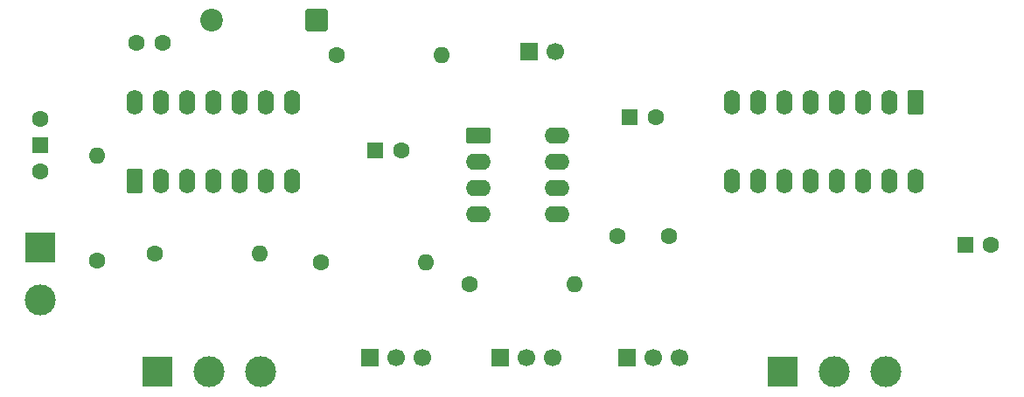
<source format=gbr>
%TF.GenerationSoftware,KiCad,Pcbnew,9.0.2*%
%TF.CreationDate,2025-06-20T13:08:06-04:00*%
%TF.ProjectId,proyecto_2_control,70726f79-6563-4746-9f5f-325f636f6e74,rev?*%
%TF.SameCoordinates,Original*%
%TF.FileFunction,Soldermask,Bot*%
%TF.FilePolarity,Negative*%
%FSLAX46Y46*%
G04 Gerber Fmt 4.6, Leading zero omitted, Abs format (unit mm)*
G04 Created by KiCad (PCBNEW 9.0.2) date 2025-06-20 13:08:06*
%MOMM*%
%LPD*%
G01*
G04 APERTURE LIST*
G04 Aperture macros list*
%AMRoundRect*
0 Rectangle with rounded corners*
0 $1 Rounding radius*
0 $2 $3 $4 $5 $6 $7 $8 $9 X,Y pos of 4 corners*
0 Add a 4 corners polygon primitive as box body*
4,1,4,$2,$3,$4,$5,$6,$7,$8,$9,$2,$3,0*
0 Add four circle primitives for the rounded corners*
1,1,$1+$1,$2,$3*
1,1,$1+$1,$4,$5*
1,1,$1+$1,$6,$7*
1,1,$1+$1,$8,$9*
0 Add four rect primitives between the rounded corners*
20,1,$1+$1,$2,$3,$4,$5,0*
20,1,$1+$1,$4,$5,$6,$7,0*
20,1,$1+$1,$6,$7,$8,$9,0*
20,1,$1+$1,$8,$9,$2,$3,0*%
G04 Aperture macros list end*
%ADD10C,1.600000*%
%ADD11O,1.600000X1.600000*%
%ADD12R,3.000000X3.000000*%
%ADD13C,3.000000*%
%ADD14R,1.600000X1.600000*%
%ADD15R,1.700000X1.700000*%
%ADD16C,1.700000*%
%ADD17RoundRect,0.250000X-0.550000X0.950000X-0.550000X-0.950000X0.550000X-0.950000X0.550000X0.950000X0*%
%ADD18O,1.600000X2.400000*%
%ADD19R,1.500000X1.500000*%
%ADD20RoundRect,0.250000X-0.950000X-0.550000X0.950000X-0.550000X0.950000X0.550000X-0.950000X0.550000X0*%
%ADD21O,2.400000X1.600000*%
%ADD22RoundRect,0.249999X0.850001X0.850001X-0.850001X0.850001X-0.850001X-0.850001X0.850001X-0.850001X0*%
%ADD23C,2.200000*%
%ADD24RoundRect,0.250000X0.550000X-0.950000X0.550000X0.950000X-0.550000X0.950000X-0.550000X-0.950000X0*%
G04 APERTURE END LIST*
D10*
%TO.C,R7*%
X71240000Y-55400000D03*
D11*
X81400000Y-55400000D03*
%TD*%
D12*
%TO.C,J2*%
X44000000Y-53960000D03*
D13*
X44000000Y-59040000D03*
%TD*%
D14*
%TO.C,C4*%
X101100000Y-41300000D03*
D10*
X103600000Y-41300000D03*
%TD*%
D15*
%TO.C,J5*%
X88560000Y-64600000D03*
D16*
X91100000Y-64600000D03*
X93640000Y-64600000D03*
%TD*%
D17*
%TO.C,U3*%
X128780000Y-39880000D03*
D18*
X126240000Y-39880000D03*
X123700000Y-39880000D03*
X121160000Y-39880000D03*
X118620000Y-39880000D03*
X116080000Y-39880000D03*
X113540000Y-39880000D03*
X111000000Y-39880000D03*
X111000000Y-47500000D03*
X113540000Y-47500000D03*
X116080000Y-47500000D03*
X118620000Y-47500000D03*
X121160000Y-47500000D03*
X123700000Y-47500000D03*
X126240000Y-47500000D03*
X128780000Y-47500000D03*
%TD*%
D12*
%TO.C,RV2*%
X55400000Y-66000000D03*
D13*
X60400000Y-66000000D03*
X65400000Y-66000000D03*
%TD*%
D19*
%TO.C,SW1*%
X44000000Y-44000000D03*
D10*
X44000000Y-46540000D03*
X44000000Y-41460000D03*
%TD*%
D20*
%TO.C,U2*%
X86480000Y-43060000D03*
D21*
X86480000Y-45600000D03*
X86480000Y-48140000D03*
X86480000Y-50680000D03*
X94100000Y-50680000D03*
X94100000Y-48140000D03*
X94100000Y-45600000D03*
X94100000Y-43060000D03*
%TD*%
D10*
%TO.C,R1*%
X49500000Y-55180000D03*
D11*
X49500000Y-45020000D03*
%TD*%
D10*
%TO.C,C2*%
X99900000Y-52800000D03*
X104900000Y-52800000D03*
%TD*%
D22*
%TO.C,D1*%
X70761084Y-31966693D03*
D23*
X60601084Y-31966693D03*
%TD*%
D10*
%TO.C,R2*%
X53360000Y-34100000D03*
X55900000Y-34100000D03*
%TD*%
D15*
%TO.C,J7*%
X75960000Y-64600000D03*
D16*
X78500000Y-64600000D03*
X81040000Y-64600000D03*
%TD*%
D10*
%TO.C,R4*%
X55120000Y-54500000D03*
D11*
X65280000Y-54500000D03*
%TD*%
D14*
%TO.C,C3*%
X133600000Y-53700000D03*
D10*
X136100000Y-53700000D03*
%TD*%
D12*
%TO.C,RV1*%
X115900000Y-66000000D03*
D13*
X120900000Y-66000000D03*
X125900000Y-66000000D03*
%TD*%
D10*
%TO.C,R8*%
X72720000Y-35300000D03*
D11*
X82880000Y-35300000D03*
%TD*%
D24*
%TO.C,U1*%
X53200000Y-47520000D03*
D18*
X55740000Y-47520000D03*
X58280000Y-47520000D03*
X60820000Y-47520000D03*
X63360000Y-47520000D03*
X65900000Y-47520000D03*
X68440000Y-47520000D03*
X68440000Y-39900000D03*
X65900000Y-39900000D03*
X63360000Y-39900000D03*
X60820000Y-39900000D03*
X58280000Y-39900000D03*
X55740000Y-39900000D03*
X53200000Y-39900000D03*
%TD*%
D15*
%TO.C,J1*%
X91325000Y-35000000D03*
D16*
X93865000Y-35000000D03*
%TD*%
D15*
%TO.C,J6*%
X100860000Y-64600000D03*
D16*
X103400000Y-64600000D03*
X105940000Y-64600000D03*
%TD*%
D14*
%TO.C,C1*%
X76500000Y-44500000D03*
D10*
X79000000Y-44500000D03*
%TD*%
%TO.C,R3*%
X85640000Y-57500000D03*
D11*
X95800000Y-57500000D03*
%TD*%
M02*

</source>
